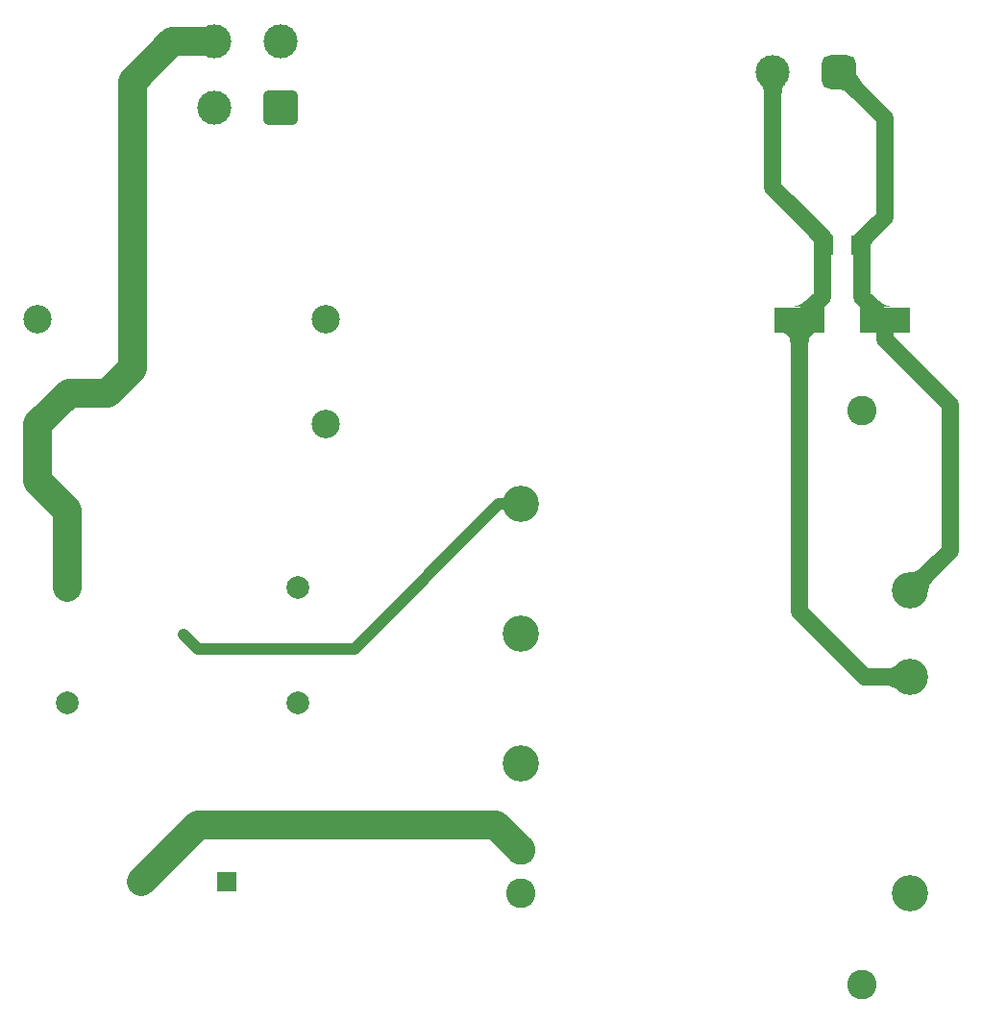
<source format=gtl>
G04*
G04 #@! TF.GenerationSoftware,Altium Limited,Altium Designer,18.1.9 (240)*
G04*
G04 Layer_Physical_Order=1*
G04 Layer_Color=255*
%FSLAX25Y25*%
%MOIN*%
G70*
G01*
G75*
%ADD15R,0.04331X0.06693*%
%ADD16R,0.17717X0.09055*%
%ADD29C,0.03937*%
%ADD30C,0.09843*%
%ADD31C,0.05906*%
%ADD32C,0.07874*%
%ADD33C,0.10236*%
%ADD34C,0.12598*%
%ADD35R,0.07000X0.07000*%
%ADD36C,0.07000*%
%ADD37C,0.09843*%
G04:AMPARAMS|DCode=38|XSize=118.11mil|YSize=118.11mil|CornerRadius=29.53mil|HoleSize=0mil|Usage=FLASHONLY|Rotation=0.000|XOffset=0mil|YOffset=0mil|HoleType=Round|Shape=RoundedRectangle|*
%AMROUNDEDRECTD38*
21,1,0.11811,0.05906,0,0,0.0*
21,1,0.05906,0.11811,0,0,0.0*
1,1,0.05906,0.02953,-0.02953*
1,1,0.05906,-0.02953,-0.02953*
1,1,0.05906,-0.02953,0.02953*
1,1,0.05906,0.02953,0.02953*
%
%ADD38ROUNDEDRECTD38*%
%ADD39C,0.11811*%
G04:AMPARAMS|DCode=40|XSize=118.11mil|YSize=118.11mil|CornerRadius=14.76mil|HoleSize=0mil|Usage=FLASHONLY|Rotation=0.000|XOffset=0mil|YOffset=0mil|HoleType=Round|Shape=RoundedRectangle|*
%AMROUNDEDRECTD40*
21,1,0.11811,0.08858,0,0,0.0*
21,1,0.08858,0.11811,0,0,0.0*
1,1,0.02953,0.04429,-0.04429*
1,1,0.02953,-0.04429,-0.04429*
1,1,0.02953,-0.04429,0.04429*
1,1,0.02953,0.04429,0.04429*
%
%ADD40ROUNDEDRECTD40*%
%ADD41C,0.03937*%
G36*
X290880Y354782D02*
X290679Y354486D01*
X290502Y354149D01*
X290348Y353768D01*
X290218Y353346D01*
X290112Y352880D01*
X290029Y352373D01*
X289970Y351822D01*
X289923Y350594D01*
X284017D01*
X284005Y351230D01*
X283911Y352373D01*
X283828Y352880D01*
X283722Y353346D01*
X283592Y353768D01*
X283439Y354149D01*
X283261Y354486D01*
X283061Y354782D01*
X282836Y355035D01*
X291104D01*
X290880Y354782D01*
D02*
G37*
G36*
X315524Y361238D02*
X315358Y360696D01*
X315359Y360070D01*
X315527Y359360D01*
X315862Y358567D01*
X316365Y357690D01*
X317034Y356729D01*
X317870Y355685D01*
X320044Y353344D01*
X315868Y349168D01*
X314656Y350339D01*
X312483Y352179D01*
X311523Y352848D01*
X310646Y353350D01*
X309852Y353685D01*
X309143Y353854D01*
X308517Y353855D01*
X307975Y353689D01*
X307517Y353356D01*
X315856Y361696D01*
X315524Y361238D01*
D02*
G37*
G36*
X324756Y303848D02*
X323566Y302640D01*
X319494Y297972D01*
X319056Y297312D01*
X318742Y296743D01*
X318555Y296265D01*
X318492Y295878D01*
X314185Y302547D01*
X314415Y302602D01*
X314735Y302766D01*
X315146Y303040D01*
X315649Y303423D01*
X316928Y304519D01*
X320580Y308023D01*
X324756Y303848D01*
D02*
G37*
G36*
X307862Y302547D02*
X303555Y295878D01*
X303495Y296450D01*
X303313Y297089D01*
X303009Y297796D01*
X302585Y298570D01*
X302039Y299412D01*
X301371Y300322D01*
X299673Y302343D01*
X297488Y304635D01*
X301664Y308811D01*
X307862Y302547D01*
D02*
G37*
G36*
X322193Y281361D02*
X323750Y280021D01*
X324485Y279477D01*
X325191Y279017D01*
X325868Y278640D01*
X326516Y278346D01*
X327134Y278137D01*
X327724Y278011D01*
X328284Y277968D01*
X317040Y277980D01*
X317055Y277994D01*
X317040Y278035D01*
X316995Y278103D01*
X316920Y278199D01*
X316677Y278473D01*
X315826Y279349D01*
X321370Y282156D01*
X322193Y281361D01*
D02*
G37*
G36*
X306222Y279349D02*
X305991Y279117D01*
X305020Y278022D01*
X305008Y277980D01*
X293763Y277968D01*
X294323Y278011D01*
X294913Y278137D01*
X295532Y278346D01*
X296179Y278640D01*
X296856Y279017D01*
X297562Y279477D01*
X298297Y280021D01*
X299855Y281361D01*
X300677Y282156D01*
X306222Y279349D01*
D02*
G37*
G36*
X301506Y268902D02*
X301004Y268724D01*
X300561Y268428D01*
X300177Y268014D01*
X299852Y267482D01*
X299587Y266831D01*
X299380Y266061D01*
X299232Y265174D01*
X299144Y264168D01*
X299114Y263043D01*
X293209D01*
X293179Y264168D01*
X293091Y265174D01*
X292943Y266061D01*
X292736Y266831D01*
X292471Y267482D01*
X292146Y268014D01*
X291762Y268428D01*
X291319Y268724D01*
X290817Y268902D01*
X290256Y268961D01*
X302067D01*
X301506Y268902D01*
D02*
G37*
G36*
X343341Y184125D02*
X342882Y183646D01*
X342110Y182710D01*
X341797Y182253D01*
X341533Y181803D01*
X341318Y181361D01*
X341152Y180927D01*
X341034Y180500D01*
X340965Y180081D01*
X340945Y179669D01*
X334709Y185905D01*
X335120Y185925D01*
X335540Y185995D01*
X335966Y186112D01*
X336401Y186279D01*
X336842Y186494D01*
X337292Y186758D01*
X337749Y187071D01*
X338213Y187432D01*
X338685Y187842D01*
X339165Y188301D01*
X343341Y184125D01*
D02*
G37*
G36*
X330147Y145197D02*
X329842Y145474D01*
X329496Y145721D01*
X329111Y145940D01*
X328686Y146129D01*
X328222Y146289D01*
X327717Y146421D01*
X327173Y146522D01*
X326589Y146595D01*
X325965Y146639D01*
X325302Y146653D01*
Y152559D01*
X325965Y152574D01*
X327173Y152690D01*
X327717Y152792D01*
X328222Y152923D01*
X328686Y153084D01*
X329111Y153273D01*
X329496Y153491D01*
X329842Y153739D01*
X330147Y154016D01*
Y145197D01*
D02*
G37*
D15*
X305709Y299213D02*
D03*
X316339D02*
D03*
D16*
X296161Y273465D02*
D03*
X325886D02*
D03*
D29*
X191890Y209606D02*
X199646D01*
X141732Y159449D02*
X191890Y209606D01*
X87598Y159449D02*
X141732D01*
X82677Y164370D02*
X87598Y159449D01*
D30*
X64784Y256713D02*
Y356122D01*
X56102Y248031D02*
X64784Y256713D01*
X42717Y248031D02*
X56102D01*
X31890Y237205D02*
X42717Y248031D01*
X42244Y180709D02*
Y207165D01*
X31890Y217520D02*
X42244Y207165D01*
X31890Y217520D02*
Y237205D01*
X78642Y369980D02*
X93110D01*
X64784Y356122D02*
X78642Y369980D01*
X190827Y98425D02*
X199646Y89606D01*
X87598Y98425D02*
X190827D01*
X67913Y78740D02*
X87598Y98425D01*
D31*
X304134Y281437D02*
Y302165D01*
X286970Y319329D02*
X304134Y302165D01*
X286970Y319329D02*
Y359252D01*
X325768Y309035D02*
Y343445D01*
X309961Y359252D02*
X325768Y343445D01*
X296161Y273465D02*
X304134Y281437D01*
X317913Y281437D02*
Y301181D01*
X325768Y309035D01*
X317913Y281437D02*
X325886Y273465D01*
Y266634D02*
Y273465D01*
Y266634D02*
X348425Y244094D01*
Y193386D02*
Y244094D01*
X334646Y179606D02*
X348425Y193386D01*
X318898Y149606D02*
X334646D01*
X296161Y172343D02*
X318898Y149606D01*
X296161Y172343D02*
Y273465D01*
D32*
X42244Y140709D02*
D03*
X122244D02*
D03*
Y180709D02*
D03*
X42244D02*
D03*
D33*
X317914Y42874D02*
D03*
Y242087D02*
D03*
X199646Y74606D02*
D03*
Y89606D02*
D03*
D34*
X334646Y74606D02*
D03*
X199646Y209606D02*
D03*
Y164606D02*
D03*
Y119606D02*
D03*
X334646Y149606D02*
D03*
Y179606D02*
D03*
D35*
X97441Y78740D02*
D03*
D36*
X67913D02*
D03*
D37*
X131890Y237205D02*
D03*
X31890D02*
D03*
X131890Y273622D02*
D03*
X31890D02*
D03*
D38*
X309961Y359252D02*
D03*
D39*
X286970D02*
D03*
X93110Y347047D02*
D03*
X116142Y369980D02*
D03*
X93110D02*
D03*
D40*
X116142Y346949D02*
D03*
D41*
X82677Y164370D02*
D03*
M02*

</source>
